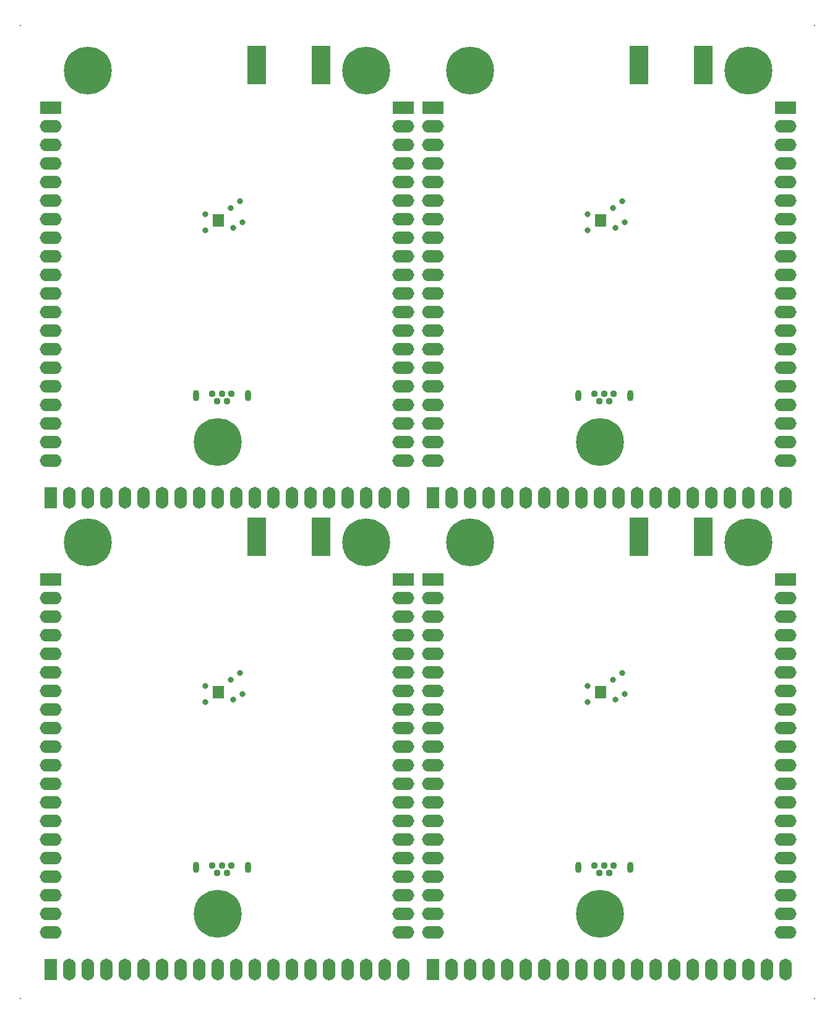
<source format=gbs>
G04 Layer_Color=16711935*
%FSLAX25Y25*%
%MOIN*%
G70*
G01*
G75*
%ADD64R,0.10308X0.20800*%
%ADD73C,0.00800*%
G04:AMPARAMS|DCode=74|XSize=33.59mil|YSize=59.18mil|CornerRadius=16.8mil|HoleSize=0mil|Usage=FLASHONLY|Rotation=0.000|XOffset=0mil|YOffset=0mil|HoleType=Round|Shape=RoundedRectangle|*
%AMROUNDEDRECTD74*
21,1,0.03359,0.02559,0,0,0.0*
21,1,0.00000,0.05918,0,0,0.0*
1,1,0.03359,0.00000,-0.01279*
1,1,0.03359,0.00000,-0.01279*
1,1,0.03359,0.00000,0.01279*
1,1,0.03359,0.00000,0.01279*
%
%ADD74ROUNDEDRECTD74*%
%ADD75C,0.03753*%
%ADD76O,0.06800X0.11800*%
%ADD77C,0.25800*%
%ADD78R,0.11800X0.06800*%
%ADD79O,0.11800X0.06800*%
%ADD80R,0.06800X0.11800*%
%ADD81C,0.03200*%
%ADD82R,0.06299X0.07087*%
%ADD83R,0.05800X0.03300*%
D64*
X153954Y241000D02*
D03*
X119446D02*
D03*
X359954D02*
D03*
X325446D02*
D03*
X153954Y495000D02*
D03*
X119446D02*
D03*
X359954D02*
D03*
X325446D02*
D03*
D73*
X-7874Y516374D02*
D03*
X-7874Y-7874D02*
D03*
X419874D02*
D03*
Y516374D02*
D03*
D74*
X114700Y63000D02*
D03*
X86550D02*
D03*
X320700D02*
D03*
X292550D02*
D03*
X114700Y317000D02*
D03*
X86550D02*
D03*
X320700D02*
D03*
X292550D02*
D03*
D75*
X103184Y59929D02*
D03*
X105743Y63866D02*
D03*
X100625D02*
D03*
X98066Y59929D02*
D03*
X95507Y63866D02*
D03*
X309184Y59929D02*
D03*
X311743Y63866D02*
D03*
X306625D02*
D03*
X304066Y59929D02*
D03*
X301507Y63866D02*
D03*
X103184Y313929D02*
D03*
X105743Y317866D02*
D03*
X100625D02*
D03*
X98066Y313929D02*
D03*
X95507Y317866D02*
D03*
X309184Y313929D02*
D03*
X311743Y317866D02*
D03*
X306625D02*
D03*
X304066Y313929D02*
D03*
X301507Y317866D02*
D03*
D76*
X48200Y8000D02*
D03*
X28200D02*
D03*
X38200D02*
D03*
X58200D02*
D03*
X18200D02*
D03*
X68200D02*
D03*
X78200D02*
D03*
X88200D02*
D03*
X98200D02*
D03*
X108200D02*
D03*
X118200D02*
D03*
X128200D02*
D03*
X138200D02*
D03*
X148200D02*
D03*
X158200D02*
D03*
X168200D02*
D03*
X178200D02*
D03*
X188200D02*
D03*
X198200D02*
D03*
X254200D02*
D03*
X234200D02*
D03*
X244200D02*
D03*
X264200D02*
D03*
X224200D02*
D03*
X274200D02*
D03*
X284200D02*
D03*
X294200D02*
D03*
X304200D02*
D03*
X314200D02*
D03*
X324200D02*
D03*
X334200D02*
D03*
X344200D02*
D03*
X354200D02*
D03*
X364200D02*
D03*
X374200D02*
D03*
X384200D02*
D03*
X394200D02*
D03*
X404200D02*
D03*
X48200Y262000D02*
D03*
X28200D02*
D03*
X38200D02*
D03*
X58200D02*
D03*
X18200D02*
D03*
X68200D02*
D03*
X78200D02*
D03*
X88200D02*
D03*
X98200D02*
D03*
X108200D02*
D03*
X118200D02*
D03*
X128200D02*
D03*
X138200D02*
D03*
X148200D02*
D03*
X158200D02*
D03*
X168200D02*
D03*
X178200D02*
D03*
X188200D02*
D03*
X198200D02*
D03*
X254200D02*
D03*
X234200D02*
D03*
X244200D02*
D03*
X264200D02*
D03*
X224200D02*
D03*
X274200D02*
D03*
X284200D02*
D03*
X294200D02*
D03*
X304200D02*
D03*
X314200D02*
D03*
X324200D02*
D03*
X334200D02*
D03*
X344200D02*
D03*
X354200D02*
D03*
X364200D02*
D03*
X374200D02*
D03*
X384200D02*
D03*
X394200D02*
D03*
X404200D02*
D03*
D77*
X98200Y38000D02*
D03*
X28200Y238000D02*
D03*
X178200D02*
D03*
X304200Y38000D02*
D03*
X234200Y238000D02*
D03*
X384200D02*
D03*
X98200Y292000D02*
D03*
X28200Y492000D02*
D03*
X178200D02*
D03*
X304200Y292000D02*
D03*
X234200Y492000D02*
D03*
X384200D02*
D03*
D78*
X8200Y218000D02*
D03*
X198200D02*
D03*
X214200D02*
D03*
X404200D02*
D03*
X8200Y472000D02*
D03*
X198200D02*
D03*
X214200D02*
D03*
X404200D02*
D03*
D79*
X8200Y208000D02*
D03*
Y198000D02*
D03*
Y188000D02*
D03*
Y178000D02*
D03*
Y168000D02*
D03*
Y158000D02*
D03*
Y148000D02*
D03*
Y138000D02*
D03*
Y128000D02*
D03*
Y118000D02*
D03*
Y108000D02*
D03*
Y98000D02*
D03*
Y88000D02*
D03*
Y78000D02*
D03*
Y68000D02*
D03*
Y58000D02*
D03*
Y48000D02*
D03*
Y38000D02*
D03*
Y28000D02*
D03*
X198200Y208000D02*
D03*
Y198000D02*
D03*
Y188000D02*
D03*
Y178000D02*
D03*
Y168000D02*
D03*
Y158000D02*
D03*
Y148000D02*
D03*
Y138000D02*
D03*
Y128000D02*
D03*
Y118000D02*
D03*
Y108000D02*
D03*
Y98000D02*
D03*
Y88000D02*
D03*
Y78000D02*
D03*
Y68000D02*
D03*
Y58000D02*
D03*
Y48000D02*
D03*
Y38000D02*
D03*
Y28000D02*
D03*
X214200Y208000D02*
D03*
Y198000D02*
D03*
Y188000D02*
D03*
Y178000D02*
D03*
Y168000D02*
D03*
Y158000D02*
D03*
Y148000D02*
D03*
Y138000D02*
D03*
Y128000D02*
D03*
Y118000D02*
D03*
Y108000D02*
D03*
Y98000D02*
D03*
Y88000D02*
D03*
Y78000D02*
D03*
Y68000D02*
D03*
Y58000D02*
D03*
Y48000D02*
D03*
Y38000D02*
D03*
Y28000D02*
D03*
X404200Y208000D02*
D03*
Y198000D02*
D03*
Y188000D02*
D03*
Y178000D02*
D03*
Y168000D02*
D03*
Y158000D02*
D03*
Y148000D02*
D03*
Y138000D02*
D03*
Y128000D02*
D03*
Y118000D02*
D03*
Y108000D02*
D03*
Y98000D02*
D03*
Y88000D02*
D03*
Y78000D02*
D03*
Y68000D02*
D03*
Y58000D02*
D03*
Y48000D02*
D03*
Y38000D02*
D03*
Y28000D02*
D03*
X8200Y462000D02*
D03*
Y452000D02*
D03*
Y442000D02*
D03*
Y432000D02*
D03*
Y422000D02*
D03*
Y412000D02*
D03*
Y402000D02*
D03*
Y392000D02*
D03*
Y382000D02*
D03*
Y372000D02*
D03*
Y362000D02*
D03*
Y352000D02*
D03*
Y342000D02*
D03*
Y332000D02*
D03*
Y322000D02*
D03*
Y312000D02*
D03*
Y302000D02*
D03*
Y292000D02*
D03*
Y282000D02*
D03*
X198200Y462000D02*
D03*
Y452000D02*
D03*
Y442000D02*
D03*
Y432000D02*
D03*
Y422000D02*
D03*
Y412000D02*
D03*
Y402000D02*
D03*
Y392000D02*
D03*
Y382000D02*
D03*
Y372000D02*
D03*
Y362000D02*
D03*
Y352000D02*
D03*
Y342000D02*
D03*
Y332000D02*
D03*
Y322000D02*
D03*
Y312000D02*
D03*
Y302000D02*
D03*
Y292000D02*
D03*
Y282000D02*
D03*
X214200Y462000D02*
D03*
Y452000D02*
D03*
Y442000D02*
D03*
Y432000D02*
D03*
Y422000D02*
D03*
Y412000D02*
D03*
Y402000D02*
D03*
Y392000D02*
D03*
Y382000D02*
D03*
Y372000D02*
D03*
Y362000D02*
D03*
Y352000D02*
D03*
Y342000D02*
D03*
Y332000D02*
D03*
Y322000D02*
D03*
Y312000D02*
D03*
Y302000D02*
D03*
Y292000D02*
D03*
Y282000D02*
D03*
X404200Y462000D02*
D03*
Y452000D02*
D03*
Y442000D02*
D03*
Y432000D02*
D03*
Y422000D02*
D03*
Y412000D02*
D03*
Y402000D02*
D03*
Y392000D02*
D03*
Y382000D02*
D03*
Y372000D02*
D03*
Y362000D02*
D03*
Y352000D02*
D03*
Y342000D02*
D03*
Y332000D02*
D03*
Y322000D02*
D03*
Y312000D02*
D03*
Y302000D02*
D03*
Y292000D02*
D03*
Y282000D02*
D03*
D80*
X8200Y8000D02*
D03*
X214200D02*
D03*
X8200Y262000D02*
D03*
X214200D02*
D03*
D81*
X110200Y167700D02*
D03*
X105300Y164000D02*
D03*
X106700Y153200D02*
D03*
X111700Y156400D02*
D03*
X91700Y152000D02*
D03*
Y160500D02*
D03*
X316200Y167700D02*
D03*
X311300Y164000D02*
D03*
X312700Y153200D02*
D03*
X317700Y156400D02*
D03*
X297700Y152000D02*
D03*
Y160500D02*
D03*
X110200Y421700D02*
D03*
X105300Y418000D02*
D03*
X106700Y407200D02*
D03*
X111700Y410400D02*
D03*
X91700Y406000D02*
D03*
Y414500D02*
D03*
X316200Y421700D02*
D03*
X311300Y418000D02*
D03*
X312700Y407200D02*
D03*
X317700Y410400D02*
D03*
X297700Y406000D02*
D03*
Y414500D02*
D03*
D82*
X98700Y157121D02*
D03*
X304700D02*
D03*
X98700Y411121D02*
D03*
X304700D02*
D03*
D83*
X98700Y158743D02*
D03*
Y155500D02*
D03*
X304700Y158743D02*
D03*
Y155500D02*
D03*
X98700Y412743D02*
D03*
Y409500D02*
D03*
X304700Y412743D02*
D03*
Y409500D02*
D03*
M02*

</source>
